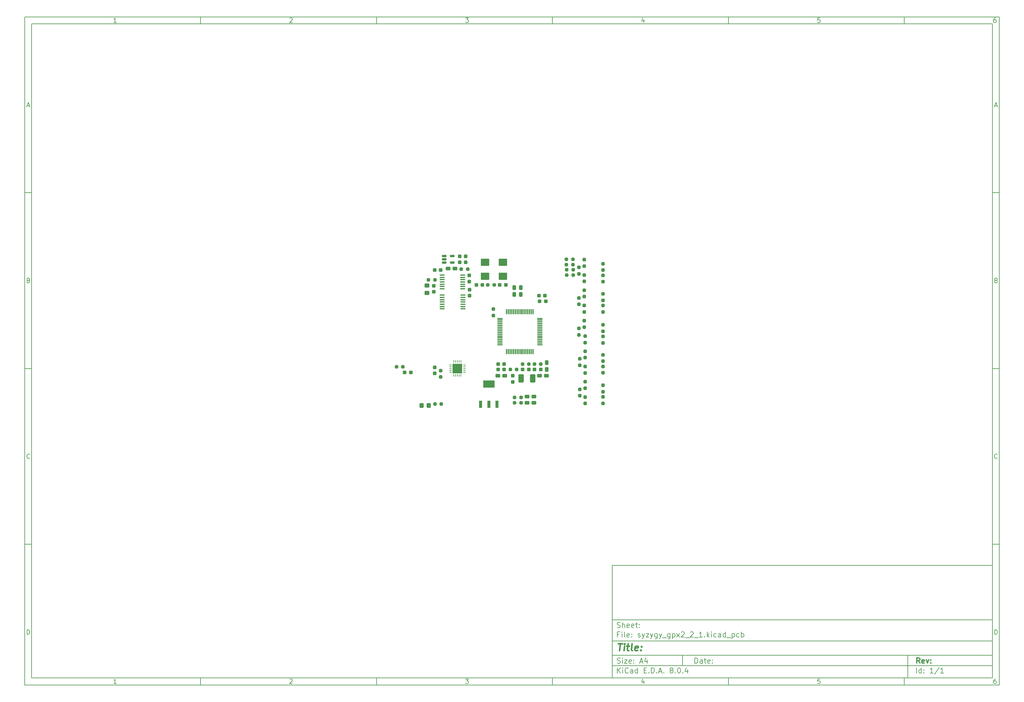
<source format=gbr>
%TF.GenerationSoftware,KiCad,Pcbnew,8.0.4*%
%TF.CreationDate,2025-07-14T14:52:45+02:00*%
%TF.ProjectId,syzygy_gpx2_2_1,73797a79-6779-45f6-9770-78325f325f31,rev?*%
%TF.SameCoordinates,Original*%
%TF.FileFunction,Paste,Top*%
%TF.FilePolarity,Positive*%
%FSLAX46Y46*%
G04 Gerber Fmt 4.6, Leading zero omitted, Abs format (unit mm)*
G04 Created by KiCad (PCBNEW 8.0.4) date 2025-07-14 14:52:45*
%MOMM*%
%LPD*%
G01*
G04 APERTURE LIST*
G04 Aperture macros list*
%AMRoundRect*
0 Rectangle with rounded corners*
0 $1 Rounding radius*
0 $2 $3 $4 $5 $6 $7 $8 $9 X,Y pos of 4 corners*
0 Add a 4 corners polygon primitive as box body*
4,1,4,$2,$3,$4,$5,$6,$7,$8,$9,$2,$3,0*
0 Add four circle primitives for the rounded corners*
1,1,$1+$1,$2,$3*
1,1,$1+$1,$4,$5*
1,1,$1+$1,$6,$7*
1,1,$1+$1,$8,$9*
0 Add four rect primitives between the rounded corners*
20,1,$1+$1,$2,$3,$4,$5,0*
20,1,$1+$1,$4,$5,$6,$7,0*
20,1,$1+$1,$6,$7,$8,$9,0*
20,1,$1+$1,$8,$9,$2,$3,0*%
G04 Aperture macros list end*
%ADD10C,0.100000*%
%ADD11C,0.150000*%
%ADD12C,0.300000*%
%ADD13C,0.400000*%
%ADD14RoundRect,0.237500X0.237500X-0.250000X0.237500X0.250000X-0.237500X0.250000X-0.237500X-0.250000X0*%
%ADD15RoundRect,0.237500X-0.250000X-0.237500X0.250000X-0.237500X0.250000X0.237500X-0.250000X0.237500X0*%
%ADD16RoundRect,0.237500X-0.237500X0.250000X-0.237500X-0.250000X0.237500X-0.250000X0.237500X0.250000X0*%
%ADD17RoundRect,0.237500X0.300000X0.237500X-0.300000X0.237500X-0.300000X-0.237500X0.300000X-0.237500X0*%
%ADD18RoundRect,0.237500X-0.300000X-0.237500X0.300000X-0.237500X0.300000X0.237500X-0.300000X0.237500X0*%
%ADD19R,0.950000X2.150000*%
%ADD20R,3.250000X2.150000*%
%ADD21RoundRect,0.237500X0.237500X-0.300000X0.237500X0.300000X-0.237500X0.300000X-0.237500X-0.300000X0*%
%ADD22RoundRect,0.237500X-0.237500X0.300000X-0.237500X-0.300000X0.237500X-0.300000X0.237500X0.300000X0*%
%ADD23RoundRect,0.250000X0.400000X0.275000X-0.400000X0.275000X-0.400000X-0.275000X0.400000X-0.275000X0*%
%ADD24O,0.250000X0.800000*%
%ADD25O,0.800000X0.250000*%
%ADD26R,2.700000X2.700000*%
%ADD27RoundRect,0.250001X0.499999X0.924999X-0.499999X0.924999X-0.499999X-0.924999X0.499999X-0.924999X0*%
%ADD28RoundRect,0.250000X0.275000X-0.400000X0.275000X0.400000X-0.275000X0.400000X-0.275000X-0.400000X0*%
%ADD29RoundRect,0.250000X-0.450000X0.325000X-0.450000X-0.325000X0.450000X-0.325000X0.450000X0.325000X0*%
%ADD30RoundRect,0.035000X-0.700000X-0.105000X0.700000X-0.105000X0.700000X0.105000X-0.700000X0.105000X0*%
%ADD31RoundRect,0.035000X-0.105000X-0.700000X0.105000X-0.700000X0.105000X0.700000X-0.105000X0.700000X0*%
%ADD32RoundRect,0.250000X-0.400000X-0.275000X0.400000X-0.275000X0.400000X0.275000X-0.400000X0.275000X0*%
%ADD33RoundRect,0.100000X-1.100000X-0.900000X1.100000X-0.900000X1.100000X0.900000X-1.100000X0.900000X0*%
%ADD34RoundRect,0.101600X-1.098400X-0.898400X1.098400X-0.898400X1.098400X0.898400X-1.098400X0.898400X0*%
%ADD35RoundRect,0.237500X0.250000X0.237500X-0.250000X0.237500X-0.250000X-0.237500X0.250000X-0.237500X0*%
%ADD36RoundRect,0.250000X0.325000X0.450000X-0.325000X0.450000X-0.325000X-0.450000X0.325000X-0.450000X0*%
%ADD37R,1.404099X0.354800*%
%ADD38RoundRect,0.150000X-0.512500X-0.150000X0.512500X-0.150000X0.512500X0.150000X-0.512500X0.150000X0*%
%ADD39RoundRect,0.250000X-0.275000X0.400000X-0.275000X-0.400000X0.275000X-0.400000X0.275000X0.400000X0*%
G04 APERTURE END LIST*
D10*
D11*
X177002200Y-166007200D02*
X285002200Y-166007200D01*
X285002200Y-198007200D01*
X177002200Y-198007200D01*
X177002200Y-166007200D01*
D10*
D11*
X10000000Y-10000000D02*
X287002200Y-10000000D01*
X287002200Y-200007200D01*
X10000000Y-200007200D01*
X10000000Y-10000000D01*
D10*
D11*
X12000000Y-12000000D02*
X285002200Y-12000000D01*
X285002200Y-198007200D01*
X12000000Y-198007200D01*
X12000000Y-12000000D01*
D10*
D11*
X60000000Y-12000000D02*
X60000000Y-10000000D01*
D10*
D11*
X110000000Y-12000000D02*
X110000000Y-10000000D01*
D10*
D11*
X160000000Y-12000000D02*
X160000000Y-10000000D01*
D10*
D11*
X210000000Y-12000000D02*
X210000000Y-10000000D01*
D10*
D11*
X260000000Y-12000000D02*
X260000000Y-10000000D01*
D10*
D11*
X36089160Y-11593604D02*
X35346303Y-11593604D01*
X35717731Y-11593604D02*
X35717731Y-10293604D01*
X35717731Y-10293604D02*
X35593922Y-10479319D01*
X35593922Y-10479319D02*
X35470112Y-10603128D01*
X35470112Y-10603128D02*
X35346303Y-10665033D01*
D10*
D11*
X85346303Y-10417414D02*
X85408207Y-10355509D01*
X85408207Y-10355509D02*
X85532017Y-10293604D01*
X85532017Y-10293604D02*
X85841541Y-10293604D01*
X85841541Y-10293604D02*
X85965350Y-10355509D01*
X85965350Y-10355509D02*
X86027255Y-10417414D01*
X86027255Y-10417414D02*
X86089160Y-10541223D01*
X86089160Y-10541223D02*
X86089160Y-10665033D01*
X86089160Y-10665033D02*
X86027255Y-10850747D01*
X86027255Y-10850747D02*
X85284398Y-11593604D01*
X85284398Y-11593604D02*
X86089160Y-11593604D01*
D10*
D11*
X135284398Y-10293604D02*
X136089160Y-10293604D01*
X136089160Y-10293604D02*
X135655826Y-10788842D01*
X135655826Y-10788842D02*
X135841541Y-10788842D01*
X135841541Y-10788842D02*
X135965350Y-10850747D01*
X135965350Y-10850747D02*
X136027255Y-10912652D01*
X136027255Y-10912652D02*
X136089160Y-11036461D01*
X136089160Y-11036461D02*
X136089160Y-11345985D01*
X136089160Y-11345985D02*
X136027255Y-11469795D01*
X136027255Y-11469795D02*
X135965350Y-11531700D01*
X135965350Y-11531700D02*
X135841541Y-11593604D01*
X135841541Y-11593604D02*
X135470112Y-11593604D01*
X135470112Y-11593604D02*
X135346303Y-11531700D01*
X135346303Y-11531700D02*
X135284398Y-11469795D01*
D10*
D11*
X185965350Y-10726938D02*
X185965350Y-11593604D01*
X185655826Y-10231700D02*
X185346303Y-11160271D01*
X185346303Y-11160271D02*
X186151064Y-11160271D01*
D10*
D11*
X236027255Y-10293604D02*
X235408207Y-10293604D01*
X235408207Y-10293604D02*
X235346303Y-10912652D01*
X235346303Y-10912652D02*
X235408207Y-10850747D01*
X235408207Y-10850747D02*
X235532017Y-10788842D01*
X235532017Y-10788842D02*
X235841541Y-10788842D01*
X235841541Y-10788842D02*
X235965350Y-10850747D01*
X235965350Y-10850747D02*
X236027255Y-10912652D01*
X236027255Y-10912652D02*
X236089160Y-11036461D01*
X236089160Y-11036461D02*
X236089160Y-11345985D01*
X236089160Y-11345985D02*
X236027255Y-11469795D01*
X236027255Y-11469795D02*
X235965350Y-11531700D01*
X235965350Y-11531700D02*
X235841541Y-11593604D01*
X235841541Y-11593604D02*
X235532017Y-11593604D01*
X235532017Y-11593604D02*
X235408207Y-11531700D01*
X235408207Y-11531700D02*
X235346303Y-11469795D01*
D10*
D11*
X285965350Y-10293604D02*
X285717731Y-10293604D01*
X285717731Y-10293604D02*
X285593922Y-10355509D01*
X285593922Y-10355509D02*
X285532017Y-10417414D01*
X285532017Y-10417414D02*
X285408207Y-10603128D01*
X285408207Y-10603128D02*
X285346303Y-10850747D01*
X285346303Y-10850747D02*
X285346303Y-11345985D01*
X285346303Y-11345985D02*
X285408207Y-11469795D01*
X285408207Y-11469795D02*
X285470112Y-11531700D01*
X285470112Y-11531700D02*
X285593922Y-11593604D01*
X285593922Y-11593604D02*
X285841541Y-11593604D01*
X285841541Y-11593604D02*
X285965350Y-11531700D01*
X285965350Y-11531700D02*
X286027255Y-11469795D01*
X286027255Y-11469795D02*
X286089160Y-11345985D01*
X286089160Y-11345985D02*
X286089160Y-11036461D01*
X286089160Y-11036461D02*
X286027255Y-10912652D01*
X286027255Y-10912652D02*
X285965350Y-10850747D01*
X285965350Y-10850747D02*
X285841541Y-10788842D01*
X285841541Y-10788842D02*
X285593922Y-10788842D01*
X285593922Y-10788842D02*
X285470112Y-10850747D01*
X285470112Y-10850747D02*
X285408207Y-10912652D01*
X285408207Y-10912652D02*
X285346303Y-11036461D01*
D10*
D11*
X60000000Y-198007200D02*
X60000000Y-200007200D01*
D10*
D11*
X110000000Y-198007200D02*
X110000000Y-200007200D01*
D10*
D11*
X160000000Y-198007200D02*
X160000000Y-200007200D01*
D10*
D11*
X210000000Y-198007200D02*
X210000000Y-200007200D01*
D10*
D11*
X260000000Y-198007200D02*
X260000000Y-200007200D01*
D10*
D11*
X36089160Y-199600804D02*
X35346303Y-199600804D01*
X35717731Y-199600804D02*
X35717731Y-198300804D01*
X35717731Y-198300804D02*
X35593922Y-198486519D01*
X35593922Y-198486519D02*
X35470112Y-198610328D01*
X35470112Y-198610328D02*
X35346303Y-198672233D01*
D10*
D11*
X85346303Y-198424614D02*
X85408207Y-198362709D01*
X85408207Y-198362709D02*
X85532017Y-198300804D01*
X85532017Y-198300804D02*
X85841541Y-198300804D01*
X85841541Y-198300804D02*
X85965350Y-198362709D01*
X85965350Y-198362709D02*
X86027255Y-198424614D01*
X86027255Y-198424614D02*
X86089160Y-198548423D01*
X86089160Y-198548423D02*
X86089160Y-198672233D01*
X86089160Y-198672233D02*
X86027255Y-198857947D01*
X86027255Y-198857947D02*
X85284398Y-199600804D01*
X85284398Y-199600804D02*
X86089160Y-199600804D01*
D10*
D11*
X135284398Y-198300804D02*
X136089160Y-198300804D01*
X136089160Y-198300804D02*
X135655826Y-198796042D01*
X135655826Y-198796042D02*
X135841541Y-198796042D01*
X135841541Y-198796042D02*
X135965350Y-198857947D01*
X135965350Y-198857947D02*
X136027255Y-198919852D01*
X136027255Y-198919852D02*
X136089160Y-199043661D01*
X136089160Y-199043661D02*
X136089160Y-199353185D01*
X136089160Y-199353185D02*
X136027255Y-199476995D01*
X136027255Y-199476995D02*
X135965350Y-199538900D01*
X135965350Y-199538900D02*
X135841541Y-199600804D01*
X135841541Y-199600804D02*
X135470112Y-199600804D01*
X135470112Y-199600804D02*
X135346303Y-199538900D01*
X135346303Y-199538900D02*
X135284398Y-199476995D01*
D10*
D11*
X185965350Y-198734138D02*
X185965350Y-199600804D01*
X185655826Y-198238900D02*
X185346303Y-199167471D01*
X185346303Y-199167471D02*
X186151064Y-199167471D01*
D10*
D11*
X236027255Y-198300804D02*
X235408207Y-198300804D01*
X235408207Y-198300804D02*
X235346303Y-198919852D01*
X235346303Y-198919852D02*
X235408207Y-198857947D01*
X235408207Y-198857947D02*
X235532017Y-198796042D01*
X235532017Y-198796042D02*
X235841541Y-198796042D01*
X235841541Y-198796042D02*
X235965350Y-198857947D01*
X235965350Y-198857947D02*
X236027255Y-198919852D01*
X236027255Y-198919852D02*
X236089160Y-199043661D01*
X236089160Y-199043661D02*
X236089160Y-199353185D01*
X236089160Y-199353185D02*
X236027255Y-199476995D01*
X236027255Y-199476995D02*
X235965350Y-199538900D01*
X235965350Y-199538900D02*
X235841541Y-199600804D01*
X235841541Y-199600804D02*
X235532017Y-199600804D01*
X235532017Y-199600804D02*
X235408207Y-199538900D01*
X235408207Y-199538900D02*
X235346303Y-199476995D01*
D10*
D11*
X285965350Y-198300804D02*
X285717731Y-198300804D01*
X285717731Y-198300804D02*
X285593922Y-198362709D01*
X285593922Y-198362709D02*
X285532017Y-198424614D01*
X285532017Y-198424614D02*
X285408207Y-198610328D01*
X285408207Y-198610328D02*
X285346303Y-198857947D01*
X285346303Y-198857947D02*
X285346303Y-199353185D01*
X285346303Y-199353185D02*
X285408207Y-199476995D01*
X285408207Y-199476995D02*
X285470112Y-199538900D01*
X285470112Y-199538900D02*
X285593922Y-199600804D01*
X285593922Y-199600804D02*
X285841541Y-199600804D01*
X285841541Y-199600804D02*
X285965350Y-199538900D01*
X285965350Y-199538900D02*
X286027255Y-199476995D01*
X286027255Y-199476995D02*
X286089160Y-199353185D01*
X286089160Y-199353185D02*
X286089160Y-199043661D01*
X286089160Y-199043661D02*
X286027255Y-198919852D01*
X286027255Y-198919852D02*
X285965350Y-198857947D01*
X285965350Y-198857947D02*
X285841541Y-198796042D01*
X285841541Y-198796042D02*
X285593922Y-198796042D01*
X285593922Y-198796042D02*
X285470112Y-198857947D01*
X285470112Y-198857947D02*
X285408207Y-198919852D01*
X285408207Y-198919852D02*
X285346303Y-199043661D01*
D10*
D11*
X10000000Y-60000000D02*
X12000000Y-60000000D01*
D10*
D11*
X10000000Y-110000000D02*
X12000000Y-110000000D01*
D10*
D11*
X10000000Y-160000000D02*
X12000000Y-160000000D01*
D10*
D11*
X10690476Y-35222176D02*
X11309523Y-35222176D01*
X10566666Y-35593604D02*
X10999999Y-34293604D01*
X10999999Y-34293604D02*
X11433333Y-35593604D01*
D10*
D11*
X11092857Y-84912652D02*
X11278571Y-84974557D01*
X11278571Y-84974557D02*
X11340476Y-85036461D01*
X11340476Y-85036461D02*
X11402380Y-85160271D01*
X11402380Y-85160271D02*
X11402380Y-85345985D01*
X11402380Y-85345985D02*
X11340476Y-85469795D01*
X11340476Y-85469795D02*
X11278571Y-85531700D01*
X11278571Y-85531700D02*
X11154761Y-85593604D01*
X11154761Y-85593604D02*
X10659523Y-85593604D01*
X10659523Y-85593604D02*
X10659523Y-84293604D01*
X10659523Y-84293604D02*
X11092857Y-84293604D01*
X11092857Y-84293604D02*
X11216666Y-84355509D01*
X11216666Y-84355509D02*
X11278571Y-84417414D01*
X11278571Y-84417414D02*
X11340476Y-84541223D01*
X11340476Y-84541223D02*
X11340476Y-84665033D01*
X11340476Y-84665033D02*
X11278571Y-84788842D01*
X11278571Y-84788842D02*
X11216666Y-84850747D01*
X11216666Y-84850747D02*
X11092857Y-84912652D01*
X11092857Y-84912652D02*
X10659523Y-84912652D01*
D10*
D11*
X11402380Y-135469795D02*
X11340476Y-135531700D01*
X11340476Y-135531700D02*
X11154761Y-135593604D01*
X11154761Y-135593604D02*
X11030952Y-135593604D01*
X11030952Y-135593604D02*
X10845238Y-135531700D01*
X10845238Y-135531700D02*
X10721428Y-135407890D01*
X10721428Y-135407890D02*
X10659523Y-135284080D01*
X10659523Y-135284080D02*
X10597619Y-135036461D01*
X10597619Y-135036461D02*
X10597619Y-134850747D01*
X10597619Y-134850747D02*
X10659523Y-134603128D01*
X10659523Y-134603128D02*
X10721428Y-134479319D01*
X10721428Y-134479319D02*
X10845238Y-134355509D01*
X10845238Y-134355509D02*
X11030952Y-134293604D01*
X11030952Y-134293604D02*
X11154761Y-134293604D01*
X11154761Y-134293604D02*
X11340476Y-134355509D01*
X11340476Y-134355509D02*
X11402380Y-134417414D01*
D10*
D11*
X10659523Y-185593604D02*
X10659523Y-184293604D01*
X10659523Y-184293604D02*
X10969047Y-184293604D01*
X10969047Y-184293604D02*
X11154761Y-184355509D01*
X11154761Y-184355509D02*
X11278571Y-184479319D01*
X11278571Y-184479319D02*
X11340476Y-184603128D01*
X11340476Y-184603128D02*
X11402380Y-184850747D01*
X11402380Y-184850747D02*
X11402380Y-185036461D01*
X11402380Y-185036461D02*
X11340476Y-185284080D01*
X11340476Y-185284080D02*
X11278571Y-185407890D01*
X11278571Y-185407890D02*
X11154761Y-185531700D01*
X11154761Y-185531700D02*
X10969047Y-185593604D01*
X10969047Y-185593604D02*
X10659523Y-185593604D01*
D10*
D11*
X287002200Y-60000000D02*
X285002200Y-60000000D01*
D10*
D11*
X287002200Y-110000000D02*
X285002200Y-110000000D01*
D10*
D11*
X287002200Y-160000000D02*
X285002200Y-160000000D01*
D10*
D11*
X285692676Y-35222176D02*
X286311723Y-35222176D01*
X285568866Y-35593604D02*
X286002199Y-34293604D01*
X286002199Y-34293604D02*
X286435533Y-35593604D01*
D10*
D11*
X286095057Y-84912652D02*
X286280771Y-84974557D01*
X286280771Y-84974557D02*
X286342676Y-85036461D01*
X286342676Y-85036461D02*
X286404580Y-85160271D01*
X286404580Y-85160271D02*
X286404580Y-85345985D01*
X286404580Y-85345985D02*
X286342676Y-85469795D01*
X286342676Y-85469795D02*
X286280771Y-85531700D01*
X286280771Y-85531700D02*
X286156961Y-85593604D01*
X286156961Y-85593604D02*
X285661723Y-85593604D01*
X285661723Y-85593604D02*
X285661723Y-84293604D01*
X285661723Y-84293604D02*
X286095057Y-84293604D01*
X286095057Y-84293604D02*
X286218866Y-84355509D01*
X286218866Y-84355509D02*
X286280771Y-84417414D01*
X286280771Y-84417414D02*
X286342676Y-84541223D01*
X286342676Y-84541223D02*
X286342676Y-84665033D01*
X286342676Y-84665033D02*
X286280771Y-84788842D01*
X286280771Y-84788842D02*
X286218866Y-84850747D01*
X286218866Y-84850747D02*
X286095057Y-84912652D01*
X286095057Y-84912652D02*
X285661723Y-84912652D01*
D10*
D11*
X286404580Y-135469795D02*
X286342676Y-135531700D01*
X286342676Y-135531700D02*
X286156961Y-135593604D01*
X286156961Y-135593604D02*
X286033152Y-135593604D01*
X286033152Y-135593604D02*
X285847438Y-135531700D01*
X285847438Y-135531700D02*
X285723628Y-135407890D01*
X285723628Y-135407890D02*
X285661723Y-135284080D01*
X285661723Y-135284080D02*
X285599819Y-135036461D01*
X285599819Y-135036461D02*
X285599819Y-134850747D01*
X285599819Y-134850747D02*
X285661723Y-134603128D01*
X285661723Y-134603128D02*
X285723628Y-134479319D01*
X285723628Y-134479319D02*
X285847438Y-134355509D01*
X285847438Y-134355509D02*
X286033152Y-134293604D01*
X286033152Y-134293604D02*
X286156961Y-134293604D01*
X286156961Y-134293604D02*
X286342676Y-134355509D01*
X286342676Y-134355509D02*
X286404580Y-134417414D01*
D10*
D11*
X285661723Y-185593604D02*
X285661723Y-184293604D01*
X285661723Y-184293604D02*
X285971247Y-184293604D01*
X285971247Y-184293604D02*
X286156961Y-184355509D01*
X286156961Y-184355509D02*
X286280771Y-184479319D01*
X286280771Y-184479319D02*
X286342676Y-184603128D01*
X286342676Y-184603128D02*
X286404580Y-184850747D01*
X286404580Y-184850747D02*
X286404580Y-185036461D01*
X286404580Y-185036461D02*
X286342676Y-185284080D01*
X286342676Y-185284080D02*
X286280771Y-185407890D01*
X286280771Y-185407890D02*
X286156961Y-185531700D01*
X286156961Y-185531700D02*
X285971247Y-185593604D01*
X285971247Y-185593604D02*
X285661723Y-185593604D01*
D10*
D11*
X200458026Y-193793328D02*
X200458026Y-192293328D01*
X200458026Y-192293328D02*
X200815169Y-192293328D01*
X200815169Y-192293328D02*
X201029455Y-192364757D01*
X201029455Y-192364757D02*
X201172312Y-192507614D01*
X201172312Y-192507614D02*
X201243741Y-192650471D01*
X201243741Y-192650471D02*
X201315169Y-192936185D01*
X201315169Y-192936185D02*
X201315169Y-193150471D01*
X201315169Y-193150471D02*
X201243741Y-193436185D01*
X201243741Y-193436185D02*
X201172312Y-193579042D01*
X201172312Y-193579042D02*
X201029455Y-193721900D01*
X201029455Y-193721900D02*
X200815169Y-193793328D01*
X200815169Y-193793328D02*
X200458026Y-193793328D01*
X202600884Y-193793328D02*
X202600884Y-193007614D01*
X202600884Y-193007614D02*
X202529455Y-192864757D01*
X202529455Y-192864757D02*
X202386598Y-192793328D01*
X202386598Y-192793328D02*
X202100884Y-192793328D01*
X202100884Y-192793328D02*
X201958026Y-192864757D01*
X202600884Y-193721900D02*
X202458026Y-193793328D01*
X202458026Y-193793328D02*
X202100884Y-193793328D01*
X202100884Y-193793328D02*
X201958026Y-193721900D01*
X201958026Y-193721900D02*
X201886598Y-193579042D01*
X201886598Y-193579042D02*
X201886598Y-193436185D01*
X201886598Y-193436185D02*
X201958026Y-193293328D01*
X201958026Y-193293328D02*
X202100884Y-193221900D01*
X202100884Y-193221900D02*
X202458026Y-193221900D01*
X202458026Y-193221900D02*
X202600884Y-193150471D01*
X203100884Y-192793328D02*
X203672312Y-192793328D01*
X203315169Y-192293328D02*
X203315169Y-193579042D01*
X203315169Y-193579042D02*
X203386598Y-193721900D01*
X203386598Y-193721900D02*
X203529455Y-193793328D01*
X203529455Y-193793328D02*
X203672312Y-193793328D01*
X204743741Y-193721900D02*
X204600884Y-193793328D01*
X204600884Y-193793328D02*
X204315170Y-193793328D01*
X204315170Y-193793328D02*
X204172312Y-193721900D01*
X204172312Y-193721900D02*
X204100884Y-193579042D01*
X204100884Y-193579042D02*
X204100884Y-193007614D01*
X204100884Y-193007614D02*
X204172312Y-192864757D01*
X204172312Y-192864757D02*
X204315170Y-192793328D01*
X204315170Y-192793328D02*
X204600884Y-192793328D01*
X204600884Y-192793328D02*
X204743741Y-192864757D01*
X204743741Y-192864757D02*
X204815170Y-193007614D01*
X204815170Y-193007614D02*
X204815170Y-193150471D01*
X204815170Y-193150471D02*
X204100884Y-193293328D01*
X205458026Y-193650471D02*
X205529455Y-193721900D01*
X205529455Y-193721900D02*
X205458026Y-193793328D01*
X205458026Y-193793328D02*
X205386598Y-193721900D01*
X205386598Y-193721900D02*
X205458026Y-193650471D01*
X205458026Y-193650471D02*
X205458026Y-193793328D01*
X205458026Y-192864757D02*
X205529455Y-192936185D01*
X205529455Y-192936185D02*
X205458026Y-193007614D01*
X205458026Y-193007614D02*
X205386598Y-192936185D01*
X205386598Y-192936185D02*
X205458026Y-192864757D01*
X205458026Y-192864757D02*
X205458026Y-193007614D01*
D10*
D11*
X177002200Y-194507200D02*
X285002200Y-194507200D01*
D10*
D11*
X178458026Y-196593328D02*
X178458026Y-195093328D01*
X179315169Y-196593328D02*
X178672312Y-195736185D01*
X179315169Y-195093328D02*
X178458026Y-195950471D01*
X179958026Y-196593328D02*
X179958026Y-195593328D01*
X179958026Y-195093328D02*
X179886598Y-195164757D01*
X179886598Y-195164757D02*
X179958026Y-195236185D01*
X179958026Y-195236185D02*
X180029455Y-195164757D01*
X180029455Y-195164757D02*
X179958026Y-195093328D01*
X179958026Y-195093328D02*
X179958026Y-195236185D01*
X181529455Y-196450471D02*
X181458027Y-196521900D01*
X181458027Y-196521900D02*
X181243741Y-196593328D01*
X181243741Y-196593328D02*
X181100884Y-196593328D01*
X181100884Y-196593328D02*
X180886598Y-196521900D01*
X180886598Y-196521900D02*
X180743741Y-196379042D01*
X180743741Y-196379042D02*
X180672312Y-196236185D01*
X180672312Y-196236185D02*
X180600884Y-195950471D01*
X180600884Y-195950471D02*
X180600884Y-195736185D01*
X180600884Y-195736185D02*
X180672312Y-195450471D01*
X180672312Y-195450471D02*
X180743741Y-195307614D01*
X180743741Y-195307614D02*
X180886598Y-195164757D01*
X180886598Y-195164757D02*
X181100884Y-195093328D01*
X181100884Y-195093328D02*
X181243741Y-195093328D01*
X181243741Y-195093328D02*
X181458027Y-195164757D01*
X181458027Y-195164757D02*
X181529455Y-195236185D01*
X182815170Y-196593328D02*
X182815170Y-195807614D01*
X182815170Y-195807614D02*
X182743741Y-195664757D01*
X182743741Y-195664757D02*
X182600884Y-195593328D01*
X182600884Y-195593328D02*
X182315170Y-195593328D01*
X182315170Y-195593328D02*
X182172312Y-195664757D01*
X182815170Y-196521900D02*
X182672312Y-196593328D01*
X182672312Y-196593328D02*
X182315170Y-196593328D01*
X182315170Y-196593328D02*
X182172312Y-196521900D01*
X182172312Y-196521900D02*
X182100884Y-196379042D01*
X182100884Y-196379042D02*
X182100884Y-196236185D01*
X182100884Y-196236185D02*
X182172312Y-196093328D01*
X182172312Y-196093328D02*
X182315170Y-196021900D01*
X182315170Y-196021900D02*
X182672312Y-196021900D01*
X182672312Y-196021900D02*
X182815170Y-195950471D01*
X184172313Y-196593328D02*
X184172313Y-195093328D01*
X184172313Y-196521900D02*
X184029455Y-196593328D01*
X184029455Y-196593328D02*
X183743741Y-196593328D01*
X183743741Y-196593328D02*
X183600884Y-196521900D01*
X183600884Y-196521900D02*
X183529455Y-196450471D01*
X183529455Y-196450471D02*
X183458027Y-196307614D01*
X183458027Y-196307614D02*
X183458027Y-195879042D01*
X183458027Y-195879042D02*
X183529455Y-195736185D01*
X183529455Y-195736185D02*
X183600884Y-195664757D01*
X183600884Y-195664757D02*
X183743741Y-195593328D01*
X183743741Y-195593328D02*
X184029455Y-195593328D01*
X184029455Y-195593328D02*
X184172313Y-195664757D01*
X186029455Y-195807614D02*
X186529455Y-195807614D01*
X186743741Y-196593328D02*
X186029455Y-196593328D01*
X186029455Y-196593328D02*
X186029455Y-195093328D01*
X186029455Y-195093328D02*
X186743741Y-195093328D01*
X187386598Y-196450471D02*
X187458027Y-196521900D01*
X187458027Y-196521900D02*
X187386598Y-196593328D01*
X187386598Y-196593328D02*
X187315170Y-196521900D01*
X187315170Y-196521900D02*
X187386598Y-196450471D01*
X187386598Y-196450471D02*
X187386598Y-196593328D01*
X188100884Y-196593328D02*
X188100884Y-195093328D01*
X188100884Y-195093328D02*
X188458027Y-195093328D01*
X188458027Y-195093328D02*
X188672313Y-195164757D01*
X188672313Y-195164757D02*
X188815170Y-195307614D01*
X188815170Y-195307614D02*
X188886599Y-195450471D01*
X188886599Y-195450471D02*
X188958027Y-195736185D01*
X188958027Y-195736185D02*
X188958027Y-195950471D01*
X188958027Y-195950471D02*
X188886599Y-196236185D01*
X188886599Y-196236185D02*
X188815170Y-196379042D01*
X188815170Y-196379042D02*
X188672313Y-196521900D01*
X188672313Y-196521900D02*
X188458027Y-196593328D01*
X188458027Y-196593328D02*
X188100884Y-196593328D01*
X189600884Y-196450471D02*
X189672313Y-196521900D01*
X189672313Y-196521900D02*
X189600884Y-196593328D01*
X189600884Y-196593328D02*
X189529456Y-196521900D01*
X189529456Y-196521900D02*
X189600884Y-196450471D01*
X189600884Y-196450471D02*
X189600884Y-196593328D01*
X190243742Y-196164757D02*
X190958028Y-196164757D01*
X190100885Y-196593328D02*
X190600885Y-195093328D01*
X190600885Y-195093328D02*
X191100885Y-196593328D01*
X191600884Y-196450471D02*
X191672313Y-196521900D01*
X191672313Y-196521900D02*
X191600884Y-196593328D01*
X191600884Y-196593328D02*
X191529456Y-196521900D01*
X191529456Y-196521900D02*
X191600884Y-196450471D01*
X191600884Y-196450471D02*
X191600884Y-196593328D01*
X193672313Y-195736185D02*
X193529456Y-195664757D01*
X193529456Y-195664757D02*
X193458027Y-195593328D01*
X193458027Y-195593328D02*
X193386599Y-195450471D01*
X193386599Y-195450471D02*
X193386599Y-195379042D01*
X193386599Y-195379042D02*
X193458027Y-195236185D01*
X193458027Y-195236185D02*
X193529456Y-195164757D01*
X193529456Y-195164757D02*
X193672313Y-195093328D01*
X193672313Y-195093328D02*
X193958027Y-195093328D01*
X193958027Y-195093328D02*
X194100885Y-195164757D01*
X194100885Y-195164757D02*
X194172313Y-195236185D01*
X194172313Y-195236185D02*
X194243742Y-195379042D01*
X194243742Y-195379042D02*
X194243742Y-195450471D01*
X194243742Y-195450471D02*
X194172313Y-195593328D01*
X194172313Y-195593328D02*
X194100885Y-195664757D01*
X194100885Y-195664757D02*
X193958027Y-195736185D01*
X193958027Y-195736185D02*
X193672313Y-195736185D01*
X193672313Y-195736185D02*
X193529456Y-195807614D01*
X193529456Y-195807614D02*
X193458027Y-195879042D01*
X193458027Y-195879042D02*
X193386599Y-196021900D01*
X193386599Y-196021900D02*
X193386599Y-196307614D01*
X193386599Y-196307614D02*
X193458027Y-196450471D01*
X193458027Y-196450471D02*
X193529456Y-196521900D01*
X193529456Y-196521900D02*
X193672313Y-196593328D01*
X193672313Y-196593328D02*
X193958027Y-196593328D01*
X193958027Y-196593328D02*
X194100885Y-196521900D01*
X194100885Y-196521900D02*
X194172313Y-196450471D01*
X194172313Y-196450471D02*
X194243742Y-196307614D01*
X194243742Y-196307614D02*
X194243742Y-196021900D01*
X194243742Y-196021900D02*
X194172313Y-195879042D01*
X194172313Y-195879042D02*
X194100885Y-195807614D01*
X194100885Y-195807614D02*
X193958027Y-195736185D01*
X194886598Y-196450471D02*
X194958027Y-196521900D01*
X194958027Y-196521900D02*
X194886598Y-196593328D01*
X194886598Y-196593328D02*
X194815170Y-196521900D01*
X194815170Y-196521900D02*
X194886598Y-196450471D01*
X194886598Y-196450471D02*
X194886598Y-196593328D01*
X195886599Y-195093328D02*
X196029456Y-195093328D01*
X196029456Y-195093328D02*
X196172313Y-195164757D01*
X196172313Y-195164757D02*
X196243742Y-195236185D01*
X196243742Y-195236185D02*
X196315170Y-195379042D01*
X196315170Y-195379042D02*
X196386599Y-195664757D01*
X196386599Y-195664757D02*
X196386599Y-196021900D01*
X196386599Y-196021900D02*
X196315170Y-196307614D01*
X196315170Y-196307614D02*
X196243742Y-196450471D01*
X196243742Y-196450471D02*
X196172313Y-196521900D01*
X196172313Y-196521900D02*
X196029456Y-196593328D01*
X196029456Y-196593328D02*
X195886599Y-196593328D01*
X195886599Y-196593328D02*
X195743742Y-196521900D01*
X195743742Y-196521900D02*
X195672313Y-196450471D01*
X195672313Y-196450471D02*
X195600884Y-196307614D01*
X195600884Y-196307614D02*
X195529456Y-196021900D01*
X195529456Y-196021900D02*
X195529456Y-195664757D01*
X195529456Y-195664757D02*
X195600884Y-195379042D01*
X195600884Y-195379042D02*
X195672313Y-195236185D01*
X195672313Y-195236185D02*
X195743742Y-195164757D01*
X195743742Y-195164757D02*
X195886599Y-195093328D01*
X197029455Y-196450471D02*
X197100884Y-196521900D01*
X197100884Y-196521900D02*
X197029455Y-196593328D01*
X197029455Y-196593328D02*
X196958027Y-196521900D01*
X196958027Y-196521900D02*
X197029455Y-196450471D01*
X197029455Y-196450471D02*
X197029455Y-196593328D01*
X198386599Y-195593328D02*
X198386599Y-196593328D01*
X198029456Y-195021900D02*
X197672313Y-196093328D01*
X197672313Y-196093328D02*
X198600884Y-196093328D01*
D10*
D11*
X177002200Y-191507200D02*
X285002200Y-191507200D01*
D10*
D12*
X264413853Y-193785528D02*
X263913853Y-193071242D01*
X263556710Y-193785528D02*
X263556710Y-192285528D01*
X263556710Y-192285528D02*
X264128139Y-192285528D01*
X264128139Y-192285528D02*
X264270996Y-192356957D01*
X264270996Y-192356957D02*
X264342425Y-192428385D01*
X264342425Y-192428385D02*
X264413853Y-192571242D01*
X264413853Y-192571242D02*
X264413853Y-192785528D01*
X264413853Y-192785528D02*
X264342425Y-192928385D01*
X264342425Y-192928385D02*
X264270996Y-192999814D01*
X264270996Y-192999814D02*
X264128139Y-193071242D01*
X264128139Y-193071242D02*
X263556710Y-193071242D01*
X265628139Y-193714100D02*
X265485282Y-193785528D01*
X265485282Y-193785528D02*
X265199568Y-193785528D01*
X265199568Y-193785528D02*
X265056710Y-193714100D01*
X265056710Y-193714100D02*
X264985282Y-193571242D01*
X264985282Y-193571242D02*
X264985282Y-192999814D01*
X264985282Y-192999814D02*
X265056710Y-192856957D01*
X265056710Y-192856957D02*
X265199568Y-192785528D01*
X265199568Y-192785528D02*
X265485282Y-192785528D01*
X265485282Y-192785528D02*
X265628139Y-192856957D01*
X265628139Y-192856957D02*
X265699568Y-192999814D01*
X265699568Y-192999814D02*
X265699568Y-193142671D01*
X265699568Y-193142671D02*
X264985282Y-193285528D01*
X266199567Y-192785528D02*
X266556710Y-193785528D01*
X266556710Y-193785528D02*
X266913853Y-192785528D01*
X267485281Y-193642671D02*
X267556710Y-193714100D01*
X267556710Y-193714100D02*
X267485281Y-193785528D01*
X267485281Y-193785528D02*
X267413853Y-193714100D01*
X267413853Y-193714100D02*
X267485281Y-193642671D01*
X267485281Y-193642671D02*
X267485281Y-193785528D01*
X267485281Y-192856957D02*
X267556710Y-192928385D01*
X267556710Y-192928385D02*
X267485281Y-192999814D01*
X267485281Y-192999814D02*
X267413853Y-192928385D01*
X267413853Y-192928385D02*
X267485281Y-192856957D01*
X267485281Y-192856957D02*
X267485281Y-192999814D01*
D10*
D11*
X178386598Y-193721900D02*
X178600884Y-193793328D01*
X178600884Y-193793328D02*
X178958026Y-193793328D01*
X178958026Y-193793328D02*
X179100884Y-193721900D01*
X179100884Y-193721900D02*
X179172312Y-193650471D01*
X179172312Y-193650471D02*
X179243741Y-193507614D01*
X179243741Y-193507614D02*
X179243741Y-193364757D01*
X179243741Y-193364757D02*
X179172312Y-193221900D01*
X179172312Y-193221900D02*
X179100884Y-193150471D01*
X179100884Y-193150471D02*
X178958026Y-193079042D01*
X178958026Y-193079042D02*
X178672312Y-193007614D01*
X178672312Y-193007614D02*
X178529455Y-192936185D01*
X178529455Y-192936185D02*
X178458026Y-192864757D01*
X178458026Y-192864757D02*
X178386598Y-192721900D01*
X178386598Y-192721900D02*
X178386598Y-192579042D01*
X178386598Y-192579042D02*
X178458026Y-192436185D01*
X178458026Y-192436185D02*
X178529455Y-192364757D01*
X178529455Y-192364757D02*
X178672312Y-192293328D01*
X178672312Y-192293328D02*
X179029455Y-192293328D01*
X179029455Y-192293328D02*
X179243741Y-192364757D01*
X179886597Y-193793328D02*
X179886597Y-192793328D01*
X179886597Y-192293328D02*
X179815169Y-192364757D01*
X179815169Y-192364757D02*
X179886597Y-192436185D01*
X179886597Y-192436185D02*
X179958026Y-192364757D01*
X179958026Y-192364757D02*
X179886597Y-192293328D01*
X179886597Y-192293328D02*
X179886597Y-192436185D01*
X180458026Y-192793328D02*
X181243741Y-192793328D01*
X181243741Y-192793328D02*
X180458026Y-193793328D01*
X180458026Y-193793328D02*
X181243741Y-193793328D01*
X182386598Y-193721900D02*
X182243741Y-193793328D01*
X182243741Y-193793328D02*
X181958027Y-193793328D01*
X181958027Y-193793328D02*
X181815169Y-193721900D01*
X181815169Y-193721900D02*
X181743741Y-193579042D01*
X181743741Y-193579042D02*
X181743741Y-193007614D01*
X181743741Y-193007614D02*
X181815169Y-192864757D01*
X181815169Y-192864757D02*
X181958027Y-192793328D01*
X181958027Y-192793328D02*
X182243741Y-192793328D01*
X182243741Y-192793328D02*
X182386598Y-192864757D01*
X182386598Y-192864757D02*
X182458027Y-193007614D01*
X182458027Y-193007614D02*
X182458027Y-193150471D01*
X182458027Y-193150471D02*
X181743741Y-193293328D01*
X183100883Y-193650471D02*
X183172312Y-193721900D01*
X183172312Y-193721900D02*
X183100883Y-193793328D01*
X183100883Y-193793328D02*
X183029455Y-193721900D01*
X183029455Y-193721900D02*
X183100883Y-193650471D01*
X183100883Y-193650471D02*
X183100883Y-193793328D01*
X183100883Y-192864757D02*
X183172312Y-192936185D01*
X183172312Y-192936185D02*
X183100883Y-193007614D01*
X183100883Y-193007614D02*
X183029455Y-192936185D01*
X183029455Y-192936185D02*
X183100883Y-192864757D01*
X183100883Y-192864757D02*
X183100883Y-193007614D01*
X184886598Y-193364757D02*
X185600884Y-193364757D01*
X184743741Y-193793328D02*
X185243741Y-192293328D01*
X185243741Y-192293328D02*
X185743741Y-193793328D01*
X186886598Y-192793328D02*
X186886598Y-193793328D01*
X186529455Y-192221900D02*
X186172312Y-193293328D01*
X186172312Y-193293328D02*
X187100883Y-193293328D01*
D10*
D11*
X263458026Y-196593328D02*
X263458026Y-195093328D01*
X264815170Y-196593328D02*
X264815170Y-195093328D01*
X264815170Y-196521900D02*
X264672312Y-196593328D01*
X264672312Y-196593328D02*
X264386598Y-196593328D01*
X264386598Y-196593328D02*
X264243741Y-196521900D01*
X264243741Y-196521900D02*
X264172312Y-196450471D01*
X264172312Y-196450471D02*
X264100884Y-196307614D01*
X264100884Y-196307614D02*
X264100884Y-195879042D01*
X264100884Y-195879042D02*
X264172312Y-195736185D01*
X264172312Y-195736185D02*
X264243741Y-195664757D01*
X264243741Y-195664757D02*
X264386598Y-195593328D01*
X264386598Y-195593328D02*
X264672312Y-195593328D01*
X264672312Y-195593328D02*
X264815170Y-195664757D01*
X265529455Y-196450471D02*
X265600884Y-196521900D01*
X265600884Y-196521900D02*
X265529455Y-196593328D01*
X265529455Y-196593328D02*
X265458027Y-196521900D01*
X265458027Y-196521900D02*
X265529455Y-196450471D01*
X265529455Y-196450471D02*
X265529455Y-196593328D01*
X265529455Y-195664757D02*
X265600884Y-195736185D01*
X265600884Y-195736185D02*
X265529455Y-195807614D01*
X265529455Y-195807614D02*
X265458027Y-195736185D01*
X265458027Y-195736185D02*
X265529455Y-195664757D01*
X265529455Y-195664757D02*
X265529455Y-195807614D01*
X268172313Y-196593328D02*
X267315170Y-196593328D01*
X267743741Y-196593328D02*
X267743741Y-195093328D01*
X267743741Y-195093328D02*
X267600884Y-195307614D01*
X267600884Y-195307614D02*
X267458027Y-195450471D01*
X267458027Y-195450471D02*
X267315170Y-195521900D01*
X269886598Y-195021900D02*
X268600884Y-196950471D01*
X271172313Y-196593328D02*
X270315170Y-196593328D01*
X270743741Y-196593328D02*
X270743741Y-195093328D01*
X270743741Y-195093328D02*
X270600884Y-195307614D01*
X270600884Y-195307614D02*
X270458027Y-195450471D01*
X270458027Y-195450471D02*
X270315170Y-195521900D01*
D10*
D11*
X177002200Y-187507200D02*
X285002200Y-187507200D01*
D10*
D13*
X178693928Y-188211638D02*
X179836785Y-188211638D01*
X179015357Y-190211638D02*
X179265357Y-188211638D01*
X180253452Y-190211638D02*
X180420119Y-188878304D01*
X180503452Y-188211638D02*
X180396309Y-188306876D01*
X180396309Y-188306876D02*
X180479643Y-188402114D01*
X180479643Y-188402114D02*
X180586786Y-188306876D01*
X180586786Y-188306876D02*
X180503452Y-188211638D01*
X180503452Y-188211638D02*
X180479643Y-188402114D01*
X181086786Y-188878304D02*
X181848690Y-188878304D01*
X181455833Y-188211638D02*
X181241548Y-189925923D01*
X181241548Y-189925923D02*
X181312976Y-190116400D01*
X181312976Y-190116400D02*
X181491548Y-190211638D01*
X181491548Y-190211638D02*
X181682024Y-190211638D01*
X182634405Y-190211638D02*
X182455833Y-190116400D01*
X182455833Y-190116400D02*
X182384405Y-189925923D01*
X182384405Y-189925923D02*
X182598690Y-188211638D01*
X184170119Y-190116400D02*
X183967738Y-190211638D01*
X183967738Y-190211638D02*
X183586785Y-190211638D01*
X183586785Y-190211638D02*
X183408214Y-190116400D01*
X183408214Y-190116400D02*
X183336785Y-189925923D01*
X183336785Y-189925923D02*
X183432024Y-189164019D01*
X183432024Y-189164019D02*
X183551071Y-188973542D01*
X183551071Y-188973542D02*
X183753452Y-188878304D01*
X183753452Y-188878304D02*
X184134404Y-188878304D01*
X184134404Y-188878304D02*
X184312976Y-188973542D01*
X184312976Y-188973542D02*
X184384404Y-189164019D01*
X184384404Y-189164019D02*
X184360595Y-189354495D01*
X184360595Y-189354495D02*
X183384404Y-189544971D01*
X185134405Y-190021161D02*
X185217738Y-190116400D01*
X185217738Y-190116400D02*
X185110595Y-190211638D01*
X185110595Y-190211638D02*
X185027262Y-190116400D01*
X185027262Y-190116400D02*
X185134405Y-190021161D01*
X185134405Y-190021161D02*
X185110595Y-190211638D01*
X185265357Y-188973542D02*
X185348690Y-189068780D01*
X185348690Y-189068780D02*
X185241548Y-189164019D01*
X185241548Y-189164019D02*
X185158214Y-189068780D01*
X185158214Y-189068780D02*
X185265357Y-188973542D01*
X185265357Y-188973542D02*
X185241548Y-189164019D01*
D10*
D11*
X178958026Y-185607614D02*
X178458026Y-185607614D01*
X178458026Y-186393328D02*
X178458026Y-184893328D01*
X178458026Y-184893328D02*
X179172312Y-184893328D01*
X179743740Y-186393328D02*
X179743740Y-185393328D01*
X179743740Y-184893328D02*
X179672312Y-184964757D01*
X179672312Y-184964757D02*
X179743740Y-185036185D01*
X179743740Y-185036185D02*
X179815169Y-184964757D01*
X179815169Y-184964757D02*
X179743740Y-184893328D01*
X179743740Y-184893328D02*
X179743740Y-185036185D01*
X180672312Y-186393328D02*
X180529455Y-186321900D01*
X180529455Y-186321900D02*
X180458026Y-186179042D01*
X180458026Y-186179042D02*
X180458026Y-184893328D01*
X181815169Y-186321900D02*
X181672312Y-186393328D01*
X181672312Y-186393328D02*
X181386598Y-186393328D01*
X181386598Y-186393328D02*
X181243740Y-186321900D01*
X181243740Y-186321900D02*
X181172312Y-186179042D01*
X181172312Y-186179042D02*
X181172312Y-185607614D01*
X181172312Y-185607614D02*
X181243740Y-185464757D01*
X181243740Y-185464757D02*
X181386598Y-185393328D01*
X181386598Y-185393328D02*
X181672312Y-185393328D01*
X181672312Y-185393328D02*
X181815169Y-185464757D01*
X181815169Y-185464757D02*
X181886598Y-185607614D01*
X181886598Y-185607614D02*
X181886598Y-185750471D01*
X181886598Y-185750471D02*
X181172312Y-185893328D01*
X182529454Y-186250471D02*
X182600883Y-186321900D01*
X182600883Y-186321900D02*
X182529454Y-186393328D01*
X182529454Y-186393328D02*
X182458026Y-186321900D01*
X182458026Y-186321900D02*
X182529454Y-186250471D01*
X182529454Y-186250471D02*
X182529454Y-186393328D01*
X182529454Y-185464757D02*
X182600883Y-185536185D01*
X182600883Y-185536185D02*
X182529454Y-185607614D01*
X182529454Y-185607614D02*
X182458026Y-185536185D01*
X182458026Y-185536185D02*
X182529454Y-185464757D01*
X182529454Y-185464757D02*
X182529454Y-185607614D01*
X184315169Y-186321900D02*
X184458026Y-186393328D01*
X184458026Y-186393328D02*
X184743740Y-186393328D01*
X184743740Y-186393328D02*
X184886597Y-186321900D01*
X184886597Y-186321900D02*
X184958026Y-186179042D01*
X184958026Y-186179042D02*
X184958026Y-186107614D01*
X184958026Y-186107614D02*
X184886597Y-185964757D01*
X184886597Y-185964757D02*
X184743740Y-185893328D01*
X184743740Y-185893328D02*
X184529455Y-185893328D01*
X184529455Y-185893328D02*
X184386597Y-185821900D01*
X184386597Y-185821900D02*
X184315169Y-185679042D01*
X184315169Y-185679042D02*
X184315169Y-185607614D01*
X184315169Y-185607614D02*
X184386597Y-185464757D01*
X184386597Y-185464757D02*
X184529455Y-185393328D01*
X184529455Y-185393328D02*
X184743740Y-185393328D01*
X184743740Y-185393328D02*
X184886597Y-185464757D01*
X185458026Y-185393328D02*
X185815169Y-186393328D01*
X186172312Y-185393328D02*
X185815169Y-186393328D01*
X185815169Y-186393328D02*
X185672312Y-186750471D01*
X185672312Y-186750471D02*
X185600883Y-186821900D01*
X185600883Y-186821900D02*
X185458026Y-186893328D01*
X186600883Y-185393328D02*
X187386598Y-185393328D01*
X187386598Y-185393328D02*
X186600883Y-186393328D01*
X186600883Y-186393328D02*
X187386598Y-186393328D01*
X187815169Y-185393328D02*
X188172312Y-186393328D01*
X188529455Y-185393328D02*
X188172312Y-186393328D01*
X188172312Y-186393328D02*
X188029455Y-186750471D01*
X188029455Y-186750471D02*
X187958026Y-186821900D01*
X187958026Y-186821900D02*
X187815169Y-186893328D01*
X189743741Y-185393328D02*
X189743741Y-186607614D01*
X189743741Y-186607614D02*
X189672312Y-186750471D01*
X189672312Y-186750471D02*
X189600883Y-186821900D01*
X189600883Y-186821900D02*
X189458026Y-186893328D01*
X189458026Y-186893328D02*
X189243741Y-186893328D01*
X189243741Y-186893328D02*
X189100883Y-186821900D01*
X189743741Y-186321900D02*
X189600883Y-186393328D01*
X189600883Y-186393328D02*
X189315169Y-186393328D01*
X189315169Y-186393328D02*
X189172312Y-186321900D01*
X189172312Y-186321900D02*
X189100883Y-186250471D01*
X189100883Y-186250471D02*
X189029455Y-186107614D01*
X189029455Y-186107614D02*
X189029455Y-185679042D01*
X189029455Y-185679042D02*
X189100883Y-185536185D01*
X189100883Y-185536185D02*
X189172312Y-185464757D01*
X189172312Y-185464757D02*
X189315169Y-185393328D01*
X189315169Y-185393328D02*
X189600883Y-185393328D01*
X189600883Y-185393328D02*
X189743741Y-185464757D01*
X190315169Y-185393328D02*
X190672312Y-186393328D01*
X191029455Y-185393328D02*
X190672312Y-186393328D01*
X190672312Y-186393328D02*
X190529455Y-186750471D01*
X190529455Y-186750471D02*
X190458026Y-186821900D01*
X190458026Y-186821900D02*
X190315169Y-186893328D01*
X191243741Y-186536185D02*
X192386598Y-186536185D01*
X193386598Y-185393328D02*
X193386598Y-186607614D01*
X193386598Y-186607614D02*
X193315169Y-186750471D01*
X193315169Y-186750471D02*
X193243740Y-186821900D01*
X193243740Y-186821900D02*
X193100883Y-186893328D01*
X193100883Y-186893328D02*
X192886598Y-186893328D01*
X192886598Y-186893328D02*
X192743740Y-186821900D01*
X193386598Y-186321900D02*
X193243740Y-186393328D01*
X193243740Y-186393328D02*
X192958026Y-186393328D01*
X192958026Y-186393328D02*
X192815169Y-186321900D01*
X192815169Y-186321900D02*
X192743740Y-186250471D01*
X192743740Y-186250471D02*
X192672312Y-186107614D01*
X192672312Y-186107614D02*
X192672312Y-185679042D01*
X192672312Y-185679042D02*
X192743740Y-185536185D01*
X192743740Y-185536185D02*
X192815169Y-185464757D01*
X192815169Y-185464757D02*
X192958026Y-185393328D01*
X192958026Y-185393328D02*
X193243740Y-185393328D01*
X193243740Y-185393328D02*
X193386598Y-185464757D01*
X194100883Y-185393328D02*
X194100883Y-186893328D01*
X194100883Y-185464757D02*
X194243741Y-185393328D01*
X194243741Y-185393328D02*
X194529455Y-185393328D01*
X194529455Y-185393328D02*
X194672312Y-185464757D01*
X194672312Y-185464757D02*
X194743741Y-185536185D01*
X194743741Y-185536185D02*
X194815169Y-185679042D01*
X194815169Y-185679042D02*
X194815169Y-186107614D01*
X194815169Y-186107614D02*
X194743741Y-186250471D01*
X194743741Y-186250471D02*
X194672312Y-186321900D01*
X194672312Y-186321900D02*
X194529455Y-186393328D01*
X194529455Y-186393328D02*
X194243741Y-186393328D01*
X194243741Y-186393328D02*
X194100883Y-186321900D01*
X195315169Y-186393328D02*
X196100884Y-185393328D01*
X195315169Y-185393328D02*
X196100884Y-186393328D01*
X196600884Y-185036185D02*
X196672312Y-184964757D01*
X196672312Y-184964757D02*
X196815170Y-184893328D01*
X196815170Y-184893328D02*
X197172312Y-184893328D01*
X197172312Y-184893328D02*
X197315170Y-184964757D01*
X197315170Y-184964757D02*
X197386598Y-185036185D01*
X197386598Y-185036185D02*
X197458027Y-185179042D01*
X197458027Y-185179042D02*
X197458027Y-185321900D01*
X197458027Y-185321900D02*
X197386598Y-185536185D01*
X197386598Y-185536185D02*
X196529455Y-186393328D01*
X196529455Y-186393328D02*
X197458027Y-186393328D01*
X197743741Y-186536185D02*
X198886598Y-186536185D01*
X199172312Y-185036185D02*
X199243740Y-184964757D01*
X199243740Y-184964757D02*
X199386598Y-184893328D01*
X199386598Y-184893328D02*
X199743740Y-184893328D01*
X199743740Y-184893328D02*
X199886598Y-184964757D01*
X199886598Y-184964757D02*
X199958026Y-185036185D01*
X199958026Y-185036185D02*
X200029455Y-185179042D01*
X200029455Y-185179042D02*
X200029455Y-185321900D01*
X200029455Y-185321900D02*
X199958026Y-185536185D01*
X199958026Y-185536185D02*
X199100883Y-186393328D01*
X199100883Y-186393328D02*
X200029455Y-186393328D01*
X200315169Y-186536185D02*
X201458026Y-186536185D01*
X202600883Y-186393328D02*
X201743740Y-186393328D01*
X202172311Y-186393328D02*
X202172311Y-184893328D01*
X202172311Y-184893328D02*
X202029454Y-185107614D01*
X202029454Y-185107614D02*
X201886597Y-185250471D01*
X201886597Y-185250471D02*
X201743740Y-185321900D01*
X203243739Y-186250471D02*
X203315168Y-186321900D01*
X203315168Y-186321900D02*
X203243739Y-186393328D01*
X203243739Y-186393328D02*
X203172311Y-186321900D01*
X203172311Y-186321900D02*
X203243739Y-186250471D01*
X203243739Y-186250471D02*
X203243739Y-186393328D01*
X203958025Y-186393328D02*
X203958025Y-184893328D01*
X204100883Y-185821900D02*
X204529454Y-186393328D01*
X204529454Y-185393328D02*
X203958025Y-185964757D01*
X205172311Y-186393328D02*
X205172311Y-185393328D01*
X205172311Y-184893328D02*
X205100883Y-184964757D01*
X205100883Y-184964757D02*
X205172311Y-185036185D01*
X205172311Y-185036185D02*
X205243740Y-184964757D01*
X205243740Y-184964757D02*
X205172311Y-184893328D01*
X205172311Y-184893328D02*
X205172311Y-185036185D01*
X206529455Y-186321900D02*
X206386597Y-186393328D01*
X206386597Y-186393328D02*
X206100883Y-186393328D01*
X206100883Y-186393328D02*
X205958026Y-186321900D01*
X205958026Y-186321900D02*
X205886597Y-186250471D01*
X205886597Y-186250471D02*
X205815169Y-186107614D01*
X205815169Y-186107614D02*
X205815169Y-185679042D01*
X205815169Y-185679042D02*
X205886597Y-185536185D01*
X205886597Y-185536185D02*
X205958026Y-185464757D01*
X205958026Y-185464757D02*
X206100883Y-185393328D01*
X206100883Y-185393328D02*
X206386597Y-185393328D01*
X206386597Y-185393328D02*
X206529455Y-185464757D01*
X207815169Y-186393328D02*
X207815169Y-185607614D01*
X207815169Y-185607614D02*
X207743740Y-185464757D01*
X207743740Y-185464757D02*
X207600883Y-185393328D01*
X207600883Y-185393328D02*
X207315169Y-185393328D01*
X207315169Y-185393328D02*
X207172311Y-185464757D01*
X207815169Y-186321900D02*
X207672311Y-186393328D01*
X207672311Y-186393328D02*
X207315169Y-186393328D01*
X207315169Y-186393328D02*
X207172311Y-186321900D01*
X207172311Y-186321900D02*
X207100883Y-186179042D01*
X207100883Y-186179042D02*
X207100883Y-186036185D01*
X207100883Y-186036185D02*
X207172311Y-185893328D01*
X207172311Y-185893328D02*
X207315169Y-185821900D01*
X207315169Y-185821900D02*
X207672311Y-185821900D01*
X207672311Y-185821900D02*
X207815169Y-185750471D01*
X209172312Y-186393328D02*
X209172312Y-184893328D01*
X209172312Y-186321900D02*
X209029454Y-186393328D01*
X209029454Y-186393328D02*
X208743740Y-186393328D01*
X208743740Y-186393328D02*
X208600883Y-186321900D01*
X208600883Y-186321900D02*
X208529454Y-186250471D01*
X208529454Y-186250471D02*
X208458026Y-186107614D01*
X208458026Y-186107614D02*
X208458026Y-185679042D01*
X208458026Y-185679042D02*
X208529454Y-185536185D01*
X208529454Y-185536185D02*
X208600883Y-185464757D01*
X208600883Y-185464757D02*
X208743740Y-185393328D01*
X208743740Y-185393328D02*
X209029454Y-185393328D01*
X209029454Y-185393328D02*
X209172312Y-185464757D01*
X209529455Y-186536185D02*
X210672312Y-186536185D01*
X211029454Y-185393328D02*
X211029454Y-186893328D01*
X211029454Y-185464757D02*
X211172312Y-185393328D01*
X211172312Y-185393328D02*
X211458026Y-185393328D01*
X211458026Y-185393328D02*
X211600883Y-185464757D01*
X211600883Y-185464757D02*
X211672312Y-185536185D01*
X211672312Y-185536185D02*
X211743740Y-185679042D01*
X211743740Y-185679042D02*
X211743740Y-186107614D01*
X211743740Y-186107614D02*
X211672312Y-186250471D01*
X211672312Y-186250471D02*
X211600883Y-186321900D01*
X211600883Y-186321900D02*
X211458026Y-186393328D01*
X211458026Y-186393328D02*
X211172312Y-186393328D01*
X211172312Y-186393328D02*
X211029454Y-186321900D01*
X213029455Y-186321900D02*
X212886597Y-186393328D01*
X212886597Y-186393328D02*
X212600883Y-186393328D01*
X212600883Y-186393328D02*
X212458026Y-186321900D01*
X212458026Y-186321900D02*
X212386597Y-186250471D01*
X212386597Y-186250471D02*
X212315169Y-186107614D01*
X212315169Y-186107614D02*
X212315169Y-185679042D01*
X212315169Y-185679042D02*
X212386597Y-185536185D01*
X212386597Y-185536185D02*
X212458026Y-185464757D01*
X212458026Y-185464757D02*
X212600883Y-185393328D01*
X212600883Y-185393328D02*
X212886597Y-185393328D01*
X212886597Y-185393328D02*
X213029455Y-185464757D01*
X213672311Y-186393328D02*
X213672311Y-184893328D01*
X213672311Y-185464757D02*
X213815169Y-185393328D01*
X213815169Y-185393328D02*
X214100883Y-185393328D01*
X214100883Y-185393328D02*
X214243740Y-185464757D01*
X214243740Y-185464757D02*
X214315169Y-185536185D01*
X214315169Y-185536185D02*
X214386597Y-185679042D01*
X214386597Y-185679042D02*
X214386597Y-186107614D01*
X214386597Y-186107614D02*
X214315169Y-186250471D01*
X214315169Y-186250471D02*
X214243740Y-186321900D01*
X214243740Y-186321900D02*
X214100883Y-186393328D01*
X214100883Y-186393328D02*
X213815169Y-186393328D01*
X213815169Y-186393328D02*
X213672311Y-186321900D01*
D10*
D11*
X177002200Y-181507200D02*
X285002200Y-181507200D01*
D10*
D11*
X178386598Y-183621900D02*
X178600884Y-183693328D01*
X178600884Y-183693328D02*
X178958026Y-183693328D01*
X178958026Y-183693328D02*
X179100884Y-183621900D01*
X179100884Y-183621900D02*
X179172312Y-183550471D01*
X179172312Y-183550471D02*
X179243741Y-183407614D01*
X179243741Y-183407614D02*
X179243741Y-183264757D01*
X179243741Y-183264757D02*
X179172312Y-183121900D01*
X179172312Y-183121900D02*
X179100884Y-183050471D01*
X179100884Y-183050471D02*
X178958026Y-182979042D01*
X178958026Y-182979042D02*
X178672312Y-182907614D01*
X178672312Y-182907614D02*
X178529455Y-182836185D01*
X178529455Y-182836185D02*
X178458026Y-182764757D01*
X178458026Y-182764757D02*
X178386598Y-182621900D01*
X178386598Y-182621900D02*
X178386598Y-182479042D01*
X178386598Y-182479042D02*
X178458026Y-182336185D01*
X178458026Y-182336185D02*
X178529455Y-182264757D01*
X178529455Y-182264757D02*
X178672312Y-182193328D01*
X178672312Y-182193328D02*
X179029455Y-182193328D01*
X179029455Y-182193328D02*
X179243741Y-182264757D01*
X179886597Y-183693328D02*
X179886597Y-182193328D01*
X180529455Y-183693328D02*
X180529455Y-182907614D01*
X180529455Y-182907614D02*
X180458026Y-182764757D01*
X180458026Y-182764757D02*
X180315169Y-182693328D01*
X180315169Y-182693328D02*
X180100883Y-182693328D01*
X180100883Y-182693328D02*
X179958026Y-182764757D01*
X179958026Y-182764757D02*
X179886597Y-182836185D01*
X181815169Y-183621900D02*
X181672312Y-183693328D01*
X181672312Y-183693328D02*
X181386598Y-183693328D01*
X181386598Y-183693328D02*
X181243740Y-183621900D01*
X181243740Y-183621900D02*
X181172312Y-183479042D01*
X181172312Y-183479042D02*
X181172312Y-182907614D01*
X181172312Y-182907614D02*
X181243740Y-182764757D01*
X181243740Y-182764757D02*
X181386598Y-182693328D01*
X181386598Y-182693328D02*
X181672312Y-182693328D01*
X181672312Y-182693328D02*
X181815169Y-182764757D01*
X181815169Y-182764757D02*
X181886598Y-182907614D01*
X181886598Y-182907614D02*
X181886598Y-183050471D01*
X181886598Y-183050471D02*
X181172312Y-183193328D01*
X183100883Y-183621900D02*
X182958026Y-183693328D01*
X182958026Y-183693328D02*
X182672312Y-183693328D01*
X182672312Y-183693328D02*
X182529454Y-183621900D01*
X182529454Y-183621900D02*
X182458026Y-183479042D01*
X182458026Y-183479042D02*
X182458026Y-182907614D01*
X182458026Y-182907614D02*
X182529454Y-182764757D01*
X182529454Y-182764757D02*
X182672312Y-182693328D01*
X182672312Y-182693328D02*
X182958026Y-182693328D01*
X182958026Y-182693328D02*
X183100883Y-182764757D01*
X183100883Y-182764757D02*
X183172312Y-182907614D01*
X183172312Y-182907614D02*
X183172312Y-183050471D01*
X183172312Y-183050471D02*
X182458026Y-183193328D01*
X183600883Y-182693328D02*
X184172311Y-182693328D01*
X183815168Y-182193328D02*
X183815168Y-183479042D01*
X183815168Y-183479042D02*
X183886597Y-183621900D01*
X183886597Y-183621900D02*
X184029454Y-183693328D01*
X184029454Y-183693328D02*
X184172311Y-183693328D01*
X184672311Y-183550471D02*
X184743740Y-183621900D01*
X184743740Y-183621900D02*
X184672311Y-183693328D01*
X184672311Y-183693328D02*
X184600883Y-183621900D01*
X184600883Y-183621900D02*
X184672311Y-183550471D01*
X184672311Y-183550471D02*
X184672311Y-183693328D01*
X184672311Y-182764757D02*
X184743740Y-182836185D01*
X184743740Y-182836185D02*
X184672311Y-182907614D01*
X184672311Y-182907614D02*
X184600883Y-182836185D01*
X184600883Y-182836185D02*
X184672311Y-182764757D01*
X184672311Y-182764757D02*
X184672311Y-182907614D01*
D10*
D11*
X197002200Y-191507200D02*
X197002200Y-194507200D01*
D10*
D11*
X261002200Y-191507200D02*
X261002200Y-198007200D01*
D14*
%TO.C,R4*%
X167500000Y-91733400D03*
X167500000Y-89908400D03*
%TD*%
D15*
%TO.C,R18*%
X115669500Y-109495000D03*
X117494500Y-109495000D03*
%TD*%
D16*
%TO.C,R8*%
X169278000Y-109434100D03*
X169278000Y-111259100D03*
%TD*%
D17*
%TO.C,C7*%
X146292000Y-108745000D03*
X144567000Y-108745000D03*
%TD*%
D18*
%TO.C,C10*%
X156367000Y-90895000D03*
X158092000Y-90895000D03*
%TD*%
D16*
%TO.C,R38*%
X174400000Y-109387500D03*
X174400000Y-111212500D03*
%TD*%
D14*
%TO.C,R2*%
X167500000Y-100407500D03*
X167500000Y-98582500D03*
%TD*%
D19*
%TO.C,U3*%
X139600000Y-120200000D03*
X141900000Y-120200000D03*
X144200000Y-120200000D03*
D20*
X141900000Y-114400000D03*
%TD*%
D21*
%TO.C,C1*%
X133600000Y-79800000D03*
X133600000Y-78075000D03*
%TD*%
D14*
%TO.C,R10*%
X169024000Y-98220000D03*
X169024000Y-96395000D03*
%TD*%
D18*
%TO.C,C27*%
X126517500Y-81980000D03*
X128242500Y-81980000D03*
%TD*%
D15*
%TO.C,R74*%
X164067500Y-83400000D03*
X165892500Y-83400000D03*
%TD*%
D22*
%TO.C,C2*%
X135287500Y-78075000D03*
X135287500Y-79800000D03*
%TD*%
D15*
%TO.C,R23*%
X134057500Y-81720000D03*
X135882500Y-81720000D03*
%TD*%
D23*
%TO.C,C20*%
X158283000Y-112043000D03*
X156333000Y-112043000D03*
%TD*%
D15*
%TO.C,R30*%
X124777500Y-84760000D03*
X126602500Y-84760000D03*
%TD*%
D16*
%TO.C,R17*%
X169024000Y-92085900D03*
X169024000Y-93910900D03*
%TD*%
D15*
%TO.C,R76*%
X164067500Y-81900000D03*
X165892500Y-81900000D03*
%TD*%
D24*
%TO.C,U5*%
X133982000Y-107995000D03*
X133482000Y-107995000D03*
X132982000Y-107995000D03*
X132482000Y-107995000D03*
X131982000Y-107995000D03*
D25*
X130982000Y-108995000D03*
X130982000Y-109495000D03*
X130982000Y-109995000D03*
X130982000Y-110495000D03*
X130982000Y-110995000D03*
D24*
X131982000Y-111995000D03*
X132482000Y-111995000D03*
X132982000Y-111995000D03*
X133482000Y-111995000D03*
X133982000Y-111995000D03*
D25*
X134982000Y-110995000D03*
X134982000Y-110495000D03*
X134982000Y-109995000D03*
X134982000Y-109495000D03*
X134982000Y-108995000D03*
D26*
X132982000Y-109995000D03*
%TD*%
D27*
%TO.C,C14*%
X154361000Y-112809000D03*
X151111000Y-112809000D03*
%TD*%
D23*
%TO.C,C18*%
X146404500Y-112043000D03*
X144454500Y-112043000D03*
%TD*%
D16*
%TO.C,R11*%
X169260000Y-100787500D03*
X169260000Y-102612500D03*
%TD*%
%TO.C,R34*%
X174400000Y-83500000D03*
X174400000Y-85325000D03*
%TD*%
D18*
%TO.C,C21*%
X156163800Y-89269400D03*
X157888800Y-89269400D03*
%TD*%
D15*
%TO.C,R24*%
X149256500Y-118254000D03*
X151081500Y-118254000D03*
%TD*%
D28*
%TO.C,C8*%
X149129200Y-88892000D03*
X149129200Y-86942000D03*
%TD*%
D16*
%TO.C,R40*%
X174400000Y-118087500D03*
X174400000Y-119912500D03*
%TD*%
D28*
%TO.C,C19*%
X150958000Y-88933000D03*
X150958000Y-86983000D03*
%TD*%
D22*
%TO.C,C12*%
X136410000Y-87547500D03*
X136410000Y-89272500D03*
%TD*%
D15*
%TO.C,R70*%
X163987500Y-80436668D03*
X165812500Y-80436668D03*
%TD*%
D14*
%TO.C,R13*%
X169024000Y-89545900D03*
X169024000Y-87720900D03*
%TD*%
D15*
%TO.C,R26*%
X126597500Y-120060000D03*
X128422500Y-120060000D03*
%TD*%
D14*
%TO.C,R37*%
X174400000Y-90612500D03*
X174400000Y-88787500D03*
%TD*%
D29*
%TO.C,D3*%
X124320000Y-86417500D03*
X124320000Y-88467500D03*
%TD*%
D15*
%TO.C,R72*%
X163987500Y-78936668D03*
X165812500Y-78936668D03*
%TD*%
D21*
%TO.C,C24*%
X126482000Y-111395000D03*
X126482000Y-109670000D03*
%TD*%
D22*
%TO.C,C11*%
X126270000Y-86447500D03*
X126270000Y-88172500D03*
%TD*%
D16*
%TO.C,R19*%
X169278000Y-118108200D03*
X169278000Y-119933200D03*
%TD*%
%TO.C,R9*%
X128200000Y-110587500D03*
X128200000Y-112412500D03*
%TD*%
D15*
%TO.C,R25*%
X149256500Y-119778000D03*
X151081500Y-119778000D03*
%TD*%
D30*
%TO.C,U1*%
X145034000Y-95745000D03*
X145034000Y-96245000D03*
X145034000Y-96745000D03*
X145034000Y-97245000D03*
X145034000Y-97745000D03*
X145034000Y-98245000D03*
X145034000Y-98745000D03*
X145034000Y-99245000D03*
X145034000Y-99745000D03*
X145034000Y-100245000D03*
X145034000Y-100745000D03*
X145034000Y-101245000D03*
X145034000Y-101745000D03*
X145034000Y-102245000D03*
X145034000Y-102745000D03*
X145034000Y-103245000D03*
D31*
X146954000Y-105165000D03*
X147454000Y-105165000D03*
X147954000Y-105165000D03*
X148454000Y-105165000D03*
X148954000Y-105165000D03*
X149454000Y-105165000D03*
X149954000Y-105165000D03*
X150454000Y-105165000D03*
X150954000Y-105165000D03*
X151454000Y-105165000D03*
X151954000Y-105165000D03*
X152454000Y-105165000D03*
X152954000Y-105165000D03*
X153454000Y-105165000D03*
X153954000Y-105165000D03*
X154454000Y-105165000D03*
D30*
X156374000Y-103245000D03*
X156374000Y-102745000D03*
X156374000Y-102245000D03*
X156374000Y-101745000D03*
X156374000Y-101245000D03*
X156374000Y-100745000D03*
X156374000Y-100245000D03*
X156374000Y-99745000D03*
X156374000Y-99245000D03*
X156374000Y-98745000D03*
X156374000Y-98245000D03*
X156374000Y-97745000D03*
X156374000Y-97245000D03*
X156374000Y-96745000D03*
X156374000Y-96245000D03*
X156374000Y-95745000D03*
D31*
X154454000Y-93825000D03*
X153954000Y-93825000D03*
X153454000Y-93825000D03*
X152954000Y-93825000D03*
X152454000Y-93825000D03*
X151954000Y-93825000D03*
X151454000Y-93825000D03*
X150954000Y-93825000D03*
X150454000Y-93825000D03*
X149954000Y-93825000D03*
X149454000Y-93825000D03*
X148954000Y-93825000D03*
X148454000Y-93825000D03*
X147954000Y-93825000D03*
X147454000Y-93825000D03*
X146954000Y-93825000D03*
%TD*%
D32*
%TO.C,C4*%
X152750000Y-119778000D03*
X154700000Y-119778000D03*
%TD*%
D18*
%TO.C,C25*%
X118009500Y-111125000D03*
X119734500Y-111125000D03*
%TD*%
D33*
%TO.C,X-OSC1*%
X140840000Y-79787500D03*
D34*
X145920000Y-79787500D03*
D33*
X140840000Y-83787500D03*
X145920000Y-83787500D03*
%TD*%
D21*
%TO.C,C26*%
X136370000Y-85252500D03*
X136370000Y-83527500D03*
%TD*%
D16*
%TO.C,R36*%
X174400000Y-92087500D03*
X174400000Y-93912500D03*
%TD*%
D14*
%TO.C,R14*%
X169278000Y-106894100D03*
X169278000Y-105069100D03*
%TD*%
D32*
%TO.C,C6*%
X152750000Y-118000000D03*
X154700000Y-118000000D03*
%TD*%
D17*
%TO.C,C16*%
X156646500Y-110269000D03*
X154921500Y-110269000D03*
%TD*%
D14*
%TO.C,R6*%
X167754000Y-117755700D03*
X167754000Y-115930700D03*
%TD*%
D23*
%TO.C,C3*%
X132275000Y-81600000D03*
X130325000Y-81600000D03*
%TD*%
D35*
%TO.C,R20*%
X149838500Y-110269000D03*
X148013500Y-110269000D03*
%TD*%
D17*
%TO.C,C17*%
X146292000Y-110265000D03*
X144567000Y-110265000D03*
%TD*%
D15*
%TO.C,R22*%
X151466000Y-108745000D03*
X153291000Y-108745000D03*
%TD*%
D14*
%TO.C,R15*%
X169278000Y-115568200D03*
X169278000Y-113743200D03*
%TD*%
%TO.C,R35*%
X174400000Y-82000000D03*
X174400000Y-80175000D03*
%TD*%
%TO.C,R39*%
X174400000Y-107912500D03*
X174400000Y-106087500D03*
%TD*%
%TO.C,R41*%
X174400000Y-116600000D03*
X174400000Y-114775000D03*
%TD*%
D16*
%TO.C,R33*%
X174400000Y-100900000D03*
X174400000Y-102725000D03*
%TD*%
D36*
%TO.C,D2*%
X124850000Y-120550000D03*
X122800000Y-120550000D03*
%TD*%
D17*
%TO.C,C22*%
X140062500Y-86200000D03*
X138337500Y-86200000D03*
%TD*%
%TO.C,C23*%
X146725000Y-86200000D03*
X145000000Y-86200000D03*
%TD*%
D37*
%TO.C,U6*%
X128601152Y-83409999D03*
X128601152Y-84060000D03*
X128601152Y-84710001D03*
X128601152Y-85360000D03*
X128601152Y-86009999D03*
X128601152Y-86660000D03*
X128601152Y-87309999D03*
X134501048Y-87310001D03*
X134501048Y-86660000D03*
X134501048Y-86010001D03*
X134501048Y-85360000D03*
X134501048Y-84710001D03*
X134501048Y-84060000D03*
X134501048Y-83410001D03*
%TD*%
D38*
%TO.C,U2*%
X129225000Y-78000000D03*
X129225000Y-78950000D03*
X129225000Y-79900000D03*
X131500000Y-79900000D03*
X131500000Y-78000000D03*
%TD*%
D22*
%TO.C,C5*%
X148692000Y-112075000D03*
X148692000Y-113800000D03*
%TD*%
D35*
%TO.C,R1*%
X143425000Y-86200000D03*
X141600000Y-86200000D03*
%TD*%
D14*
%TO.C,R3*%
X167500000Y-83059300D03*
X167500000Y-81234300D03*
%TD*%
%TO.C,R7*%
X143200000Y-94912500D03*
X143200000Y-93087500D03*
%TD*%
%TO.C,R32*%
X174400000Y-99400000D03*
X174400000Y-97575000D03*
%TD*%
D37*
%TO.C,U4*%
X128631152Y-89129999D03*
X128631152Y-89780000D03*
X128631152Y-90430001D03*
X128631152Y-91080000D03*
X128631152Y-91729999D03*
X128631152Y-92380000D03*
X128631152Y-93029999D03*
X134531048Y-93030001D03*
X134531048Y-92380000D03*
X134531048Y-91730001D03*
X134531048Y-91080000D03*
X134531048Y-90430001D03*
X134531048Y-89780000D03*
X134531048Y-89130001D03*
%TD*%
D14*
%TO.C,R12*%
X169044000Y-80871800D03*
X169044000Y-79046800D03*
%TD*%
%TO.C,R5*%
X167754000Y-109081600D03*
X167754000Y-107256600D03*
%TD*%
D15*
%TO.C,R21*%
X154875500Y-108745000D03*
X156700500Y-108745000D03*
%TD*%
D39*
%TO.C,C9*%
X158324000Y-108278000D03*
X158324000Y-110228000D03*
%TD*%
D17*
%TO.C,C15*%
X153241000Y-110269000D03*
X151516000Y-110269000D03*
%TD*%
D16*
%TO.C,R16*%
X169044000Y-83411800D03*
X169044000Y-85236800D03*
%TD*%
M02*

</source>
